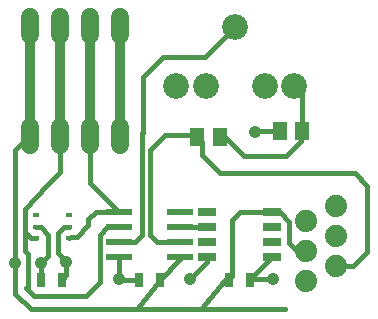
<source format=gtl>
G75*
G70*
%OFA0B0*%
%FSLAX24Y24*%
%IPPOS*%
%LPD*%
%AMOC8*
5,1,8,0,0,1.08239X$1,22.5*
%
%ADD10R,0.0591X0.0256*%
%ADD11C,0.0600*%
%ADD12R,0.0315X0.0472*%
%ADD13R,0.0866X0.0236*%
%ADD14C,0.0860*%
%ADD15R,0.0512X0.0591*%
%ADD16R,0.0236X0.0157*%
%ADD17C,0.0740*%
%ADD18C,0.0320*%
%ADD19C,0.0160*%
%ADD20C,0.0413*%
D10*
X007255Y002698D03*
X007255Y003198D03*
X007255Y003698D03*
X007255Y004198D03*
X009412Y004198D03*
X009412Y003698D03*
X009412Y003198D03*
X009412Y002698D03*
D11*
X004334Y006435D02*
X004334Y007035D01*
X003334Y007035D02*
X003334Y006435D01*
X002334Y006435D02*
X002334Y007035D01*
X001334Y007035D02*
X001334Y006435D01*
X001334Y010116D02*
X001334Y010716D01*
X002334Y010716D02*
X002334Y010116D01*
X003334Y010116D02*
X003334Y010716D01*
X004334Y010716D02*
X004334Y010116D01*
D12*
X004979Y001948D03*
X005688Y001948D03*
X007979Y001948D03*
X008688Y001948D03*
X002400Y001948D03*
X001692Y001948D03*
D13*
X004310Y002698D03*
X004310Y003198D03*
X004310Y003698D03*
X004310Y004198D03*
X006357Y004198D03*
X006357Y003698D03*
X006357Y003198D03*
X006357Y002698D03*
D14*
X006211Y008411D03*
X007196Y008411D03*
X009164Y008411D03*
X010149Y008411D03*
X008180Y010380D03*
D15*
X009672Y006916D03*
X010420Y006916D03*
X007664Y006704D03*
X006916Y006704D03*
D16*
X002645Y004105D03*
X002645Y003711D03*
X002645Y003318D03*
X001542Y003318D03*
X001542Y003711D03*
X001542Y004105D03*
D17*
X010550Y003914D03*
X011550Y003414D03*
X010550Y002914D03*
X011550Y002414D03*
X010550Y001914D03*
X011550Y004414D03*
D18*
X004334Y006735D02*
X004334Y010416D01*
X003334Y010416D02*
X003334Y006735D01*
X002334Y006735D02*
X002334Y010416D01*
X001334Y010416D02*
X001334Y006735D01*
D19*
X000849Y001479D02*
X001361Y000967D01*
X004904Y000967D01*
X007050Y000967D01*
X009826Y000967D01*
X009432Y001952D02*
X009410Y001973D01*
X008688Y001973D01*
X009412Y002698D01*
X009980Y003180D02*
X010246Y002914D01*
X010550Y002914D01*
X009980Y003180D02*
X009980Y003880D01*
X009662Y004198D01*
X009412Y004198D01*
X008334Y004198D01*
X008084Y003948D01*
X008084Y002052D01*
X007979Y001948D01*
X007979Y002093D01*
X007050Y000967D01*
X006676Y001952D02*
X007255Y002530D01*
X007255Y002698D01*
X006357Y002698D02*
X006357Y002617D01*
X005688Y001948D01*
X004904Y000967D01*
X004979Y001948D02*
X004318Y001948D01*
X004314Y001952D01*
X004314Y002702D01*
X004310Y002698D01*
X004314Y002702D02*
X004314Y002739D01*
X004310Y003198D02*
X004834Y003198D01*
X005084Y003448D01*
X005084Y006826D01*
X005101Y006843D01*
X005101Y008701D01*
X005780Y009380D01*
X007180Y009380D01*
X008180Y010380D01*
X010149Y008411D02*
X010420Y008140D01*
X010420Y006916D01*
X010380Y006876D01*
X010380Y006580D01*
X009880Y006080D01*
X008480Y006080D01*
X007856Y006704D01*
X007664Y006704D01*
X007070Y006550D02*
X006916Y006704D01*
X006847Y006773D01*
X005834Y006773D01*
X005334Y006273D01*
X005334Y003448D01*
X005584Y003198D01*
X006357Y003198D01*
X006357Y003698D02*
X007255Y003698D01*
X008688Y001973D02*
X008688Y001948D01*
X011550Y002414D02*
X012114Y002414D01*
X012580Y002880D01*
X012580Y005080D01*
X012165Y005495D01*
X007660Y005495D01*
X007070Y006086D01*
X007070Y006550D01*
X008841Y006873D02*
X008885Y006916D01*
X009672Y006916D01*
X004310Y004198D02*
X003528Y004198D01*
X003290Y003960D01*
X003290Y003763D01*
X002897Y003369D01*
X002696Y003369D01*
X002645Y003318D01*
X002267Y003507D02*
X002267Y002818D01*
X002542Y002542D01*
X002542Y002089D01*
X002400Y001948D01*
X002365Y002003D01*
X002345Y002003D01*
X001692Y001948D02*
X001692Y002345D01*
X001715Y002345D01*
X001715Y002503D01*
X001952Y002739D01*
X001952Y003448D01*
X001715Y003684D01*
X001570Y003684D01*
X001542Y003711D01*
X001164Y003763D02*
X001164Y003526D01*
X001164Y002936D01*
X001164Y002897D01*
X001263Y002798D01*
X001263Y001696D01*
X001223Y001656D01*
X001479Y001400D01*
X003211Y001400D01*
X003684Y001873D01*
X003684Y003426D01*
X003662Y003448D01*
X003912Y003698D01*
X004310Y003698D01*
X004310Y004198D02*
X003334Y005174D01*
X003334Y006735D01*
X002334Y006735D02*
X002334Y005523D01*
X001912Y005101D01*
X001558Y004708D01*
X001164Y004314D01*
X001164Y003763D01*
X001164Y003526D02*
X001373Y003318D01*
X001542Y003318D01*
X002267Y003507D02*
X002471Y003711D01*
X002645Y003711D01*
X001692Y002479D02*
X001692Y002345D01*
X000849Y002503D02*
X000849Y001479D01*
X000849Y002503D02*
X000849Y006251D01*
X001334Y006735D01*
D20*
X001715Y002503D03*
X002542Y002542D03*
X000849Y002503D03*
X004314Y001952D03*
X006676Y001952D03*
X009432Y001952D03*
X008841Y006873D03*
M02*

</source>
